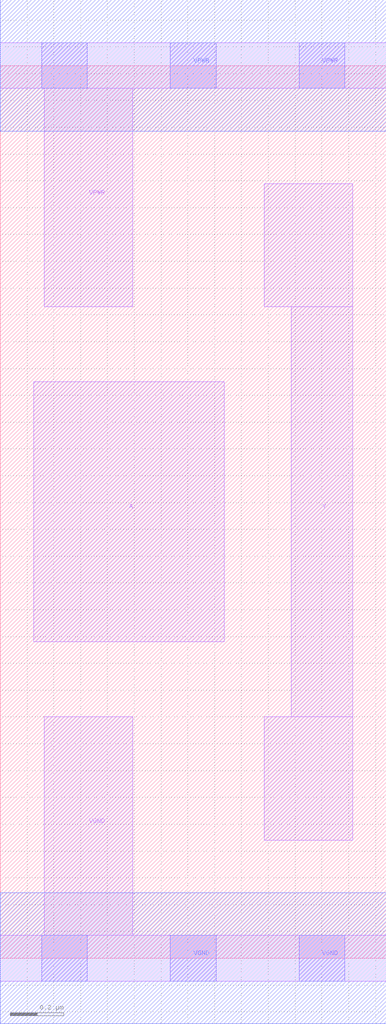
<source format=lef>
# Copyright 2020 The SkyWater PDK Authors
#
# Licensed under the Apache License, Version 2.0 (the "License");
# you may not use this file except in compliance with the License.
# You may obtain a copy of the License at
#
#     https://www.apache.org/licenses/LICENSE-2.0
#
# Unless required by applicable law or agreed to in writing, software
# distributed under the License is distributed on an "AS IS" BASIS,
# WITHOUT WARRANTIES OR CONDITIONS OF ANY KIND, either express or implied.
# See the License for the specific language governing permissions and
# limitations under the License.
#
# SPDX-License-Identifier: Apache-2.0

VERSION 5.7 ;
  NAMESCASESENSITIVE ON ;
  NOWIREEXTENSIONATPIN ON ;
  DIVIDERCHAR "/" ;
  BUSBITCHARS "[]" ;
UNITS
  DATABASE MICRONS 200 ;
END UNITS
MACRO sky130_fd_sc_lp__invlp_m
  CLASS CORE ;
  SOURCE USER ;
  FOREIGN sky130_fd_sc_lp__invlp_m ;
  ORIGIN  0.000000  0.000000 ;
  SIZE  1.440000 BY  3.330000 ;
  SYMMETRY X Y R90 ;
  SITE unit ;
  PIN A
    ANTENNAGATEAREA  0.252000 ;
    DIRECTION INPUT ;
    USE SIGNAL ;
    PORT
      LAYER li1 ;
        RECT 0.125000 1.180000 0.835000 2.150000 ;
    END
  END A
  PIN Y
    ANTENNADIFFAREA  0.239400 ;
    DIRECTION OUTPUT ;
    USE SIGNAL ;
    PORT
      LAYER li1 ;
        RECT 0.985000 0.440000 1.315000 0.900000 ;
        RECT 0.985000 2.430000 1.315000 2.890000 ;
        RECT 1.085000 0.900000 1.315000 2.430000 ;
    END
  END Y
  PIN VGND
    DIRECTION INOUT ;
    USE GROUND ;
    PORT
      LAYER li1 ;
        RECT 0.000000 -0.085000 1.440000 0.085000 ;
        RECT 0.165000  0.085000 0.495000 0.900000 ;
      LAYER mcon ;
        RECT 0.155000 -0.085000 0.325000 0.085000 ;
        RECT 0.635000 -0.085000 0.805000 0.085000 ;
        RECT 1.115000 -0.085000 1.285000 0.085000 ;
      LAYER met1 ;
        RECT 0.000000 -0.245000 1.440000 0.245000 ;
    END
  END VGND
  PIN VPWR
    DIRECTION INOUT ;
    USE POWER ;
    PORT
      LAYER li1 ;
        RECT 0.000000 3.245000 1.440000 3.415000 ;
        RECT 0.165000 2.430000 0.495000 3.245000 ;
      LAYER mcon ;
        RECT 0.155000 3.245000 0.325000 3.415000 ;
        RECT 0.635000 3.245000 0.805000 3.415000 ;
        RECT 1.115000 3.245000 1.285000 3.415000 ;
      LAYER met1 ;
        RECT 0.000000 3.085000 1.440000 3.575000 ;
    END
  END VPWR
END sky130_fd_sc_lp__invlp_m

</source>
